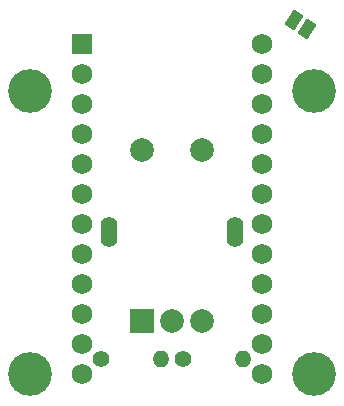
<source format=gts>
%TF.GenerationSoftware,KiCad,Pcbnew,(6.0.4)*%
%TF.CreationDate,2022-04-07T13:26:34+02:00*%
%TF.ProjectId,Little Big Scroll 1,4c697474-6c65-4204-9269-67205363726f,v1.0*%
%TF.SameCoordinates,Original*%
%TF.FileFunction,Soldermask,Top*%
%TF.FilePolarity,Negative*%
%FSLAX46Y46*%
G04 Gerber Fmt 4.6, Leading zero omitted, Abs format (unit mm)*
G04 Created by KiCad (PCBNEW (6.0.4)) date 2022-04-07 13:26:34*
%MOMM*%
%LPD*%
G01*
G04 APERTURE LIST*
G04 Aperture macros list*
%AMRotRect*
0 Rectangle, with rotation*
0 The origin of the aperture is its center*
0 $1 length*
0 $2 width*
0 $3 Rotation angle, in degrees counterclockwise*
0 Add horizontal line*
21,1,$1,$2,0,0,$3*%
G04 Aperture macros list end*
%ADD10RotRect,1.000000X1.500000X327.000000*%
%ADD11C,1.752600*%
%ADD12R,1.752600X1.752600*%
%ADD13C,3.700000*%
%ADD14C,2.000000*%
%ADD15O,1.400000X2.600000*%
%ADD16R,2.000000X2.000000*%
%ADD17O,1.400000X1.400000*%
%ADD18C,1.400000*%
G04 APERTURE END LIST*
D10*
X65454864Y-42745985D03*
X66545136Y-43454015D03*
D11*
X62738000Y-44736000D03*
X62738000Y-47276000D03*
X62738000Y-49816000D03*
X62738000Y-52356000D03*
X62738000Y-54896000D03*
X62738000Y-57436000D03*
X62738000Y-59976000D03*
X62738000Y-62516000D03*
X62738000Y-65056000D03*
X62738000Y-67596000D03*
X62738000Y-70136000D03*
X62738000Y-72676000D03*
X47498000Y-72676000D03*
X47498000Y-70136000D03*
X47498000Y-67596000D03*
X47498000Y-65056000D03*
X47498000Y-62516000D03*
X47498000Y-59976000D03*
X47498000Y-57436000D03*
X47498000Y-54896000D03*
X47498000Y-52356000D03*
X47498000Y-49816000D03*
X47498000Y-47276000D03*
D12*
X47498000Y-44736000D03*
D13*
X67138815Y-48685185D03*
X43097185Y-72726815D03*
X67138815Y-72726815D03*
X43097185Y-48685185D03*
D14*
X52618000Y-53706000D03*
X57618000Y-53706000D03*
D15*
X60418000Y-60706000D03*
X49818000Y-60706000D03*
D14*
X55118000Y-68206000D03*
X57618000Y-68206000D03*
D16*
X52618000Y-68206000D03*
D17*
X61130000Y-71410000D03*
D18*
X56050000Y-71410000D03*
D17*
X54150000Y-71410000D03*
D18*
X49070000Y-71410000D03*
M02*

</source>
